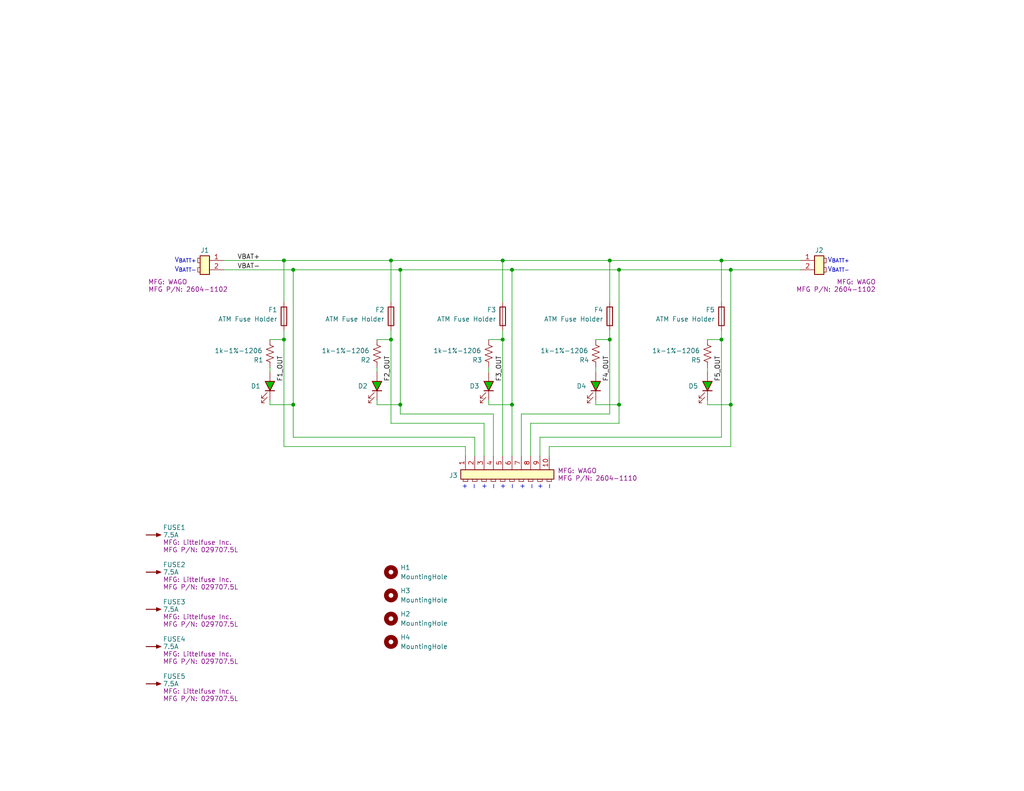
<source format=kicad_sch>
(kicad_sch (version 20231120) (generator "eeschema") (generator_version "8.0")
  (paper "A")
  (title_block (title "Mini Power Distribution Board (WCP-1823)") (date "2024-12-14") (rev "1"))
  (lib_symbols
    (symbol "Connector:Screw_Terminal_01x02" (pin_names (offset 1.016) hide)
      (property "Reference" "J1" (at 0 -8.89 0))
      (property "Value" "2606-1102" (at 0 -6.35 0))
      (symbol "Screw_Terminal_01x02_0_1"
        (rectangle (start 1.27 -1.905) (end 1.905 -3.175))
        (rectangle (start 1.27 0.635) (end 1.905 -0.635))
      )
      (symbol "Screw_Terminal_01x02_1_1"
        (rectangle (start -1.27 1.27) (end 1.27 -3.81) (stroke (width 0.254)) (fill (type background)))
        (pin input line (at -5.08 0 0) (length 3.81) (name "Pin_1") (number "1"))
        (pin input line (at -5.08 -2.54 0) (length 3.81) (name "Pin_2") (number "2"))
      )
    )
    (symbol "Connector:Screw_Terminal_01x10" (pin_names (offset 1.016) hide)
      (property "Reference" "J2" (at 2.54 0 0))
      (property "Value" "Screw_Terminal_01x10" (at 2.54 -2.54 0))
      (symbol "Screw_Terminal_01x10_0_1"
        (rectangle (start 1.27 -12.065) (end 1.905 -13.335))
        (rectangle (start 1.27 -9.525) (end 1.905 -10.795))
        (rectangle (start 1.27 -6.985) (end 1.905 -8.255))
        (rectangle (start 1.27 -4.445) (end 1.905 -5.715))
        (rectangle (start 1.27 -1.905) (end 1.905 -3.175))
        (rectangle (start 1.27 0.635) (end 1.905 -0.635))
        (rectangle (start 1.27 3.175) (end 1.905 1.905))
        (rectangle (start 1.27 5.715) (end 1.905 4.445))
        (rectangle (start 1.27 8.255) (end 1.905 6.985))
        (rectangle (start 1.27 10.795) (end 1.905 9.525))
      )
      (symbol "Screw_Terminal_01x10_1_1"
        (rectangle (start -1.27 11.43) (end 1.27 -13.97) (stroke (width 0.254)) (fill (type background)))
        (pin passive line (at -5.08 10.16 0) (length 3.81) (name "Pin_1") (number "1"))
        (pin passive line (at -5.08 -12.7 0) (length 3.81) (name "Pin_10") (number "10"))
        (pin passive line (at -5.08 7.62 0) (length 3.81) (name "Pin_2") (number "2"))
        (pin passive line (at -5.08 5.08 0) (length 3.81) (name "Pin_3") (number "3"))
        (pin passive line (at -5.08 2.54 0) (length 3.81) (name "Pin_4") (number "4"))
        (pin passive line (at -5.08 0 0) (length 3.81) (name "Pin_5") (number "5"))
        (pin passive line (at -5.08 -2.54 0) (length 3.81) (name "Pin_6") (number "6"))
        (pin passive line (at -5.08 -5.08 0) (length 3.81) (name "Pin_7") (number "7"))
        (pin passive line (at -5.08 -7.62 0) (length 3.81) (name "Pin_8") (number "8"))
        (pin passive line (at -5.08 -10.16 0) (length 3.81) (name "Pin_9") (number "9"))
      )
    )
    (symbol "Device:Fuse" (pin_numbers hide) (pin_names (offset 0))
      (property "Reference" "F" (at 2.032 0 90))
      (property "Value" "Fuse" (at -1.905 0 90))
      (symbol "Fuse_0_1"
        (rectangle (start -0.762 -2.54) (end 0.762 2.54) (stroke (width 0.254)))
        (polyline (pts (xy 0 2.54) (xy 0 -2.54)))
      )
      (symbol "Fuse_1_1"
        (pin passive line (at 0 3.81 270) (length 1.27) (name "~") (number "1"))
        (pin passive line (at 0 -3.81 90) (length 1.27) (name "~") (number "2"))
      )
    )
    (symbol "Device:LED" (pin_numbers hide) (pin_names (offset 1.016) hide)
      (property "Reference" "D1" (at 0 -2.54 90))
      (symbol "LED_0_1"
        (polyline (pts (xy -1.27 -1.27) (xy -1.27 1.27)) (stroke (width 0.254)))
        (polyline (pts (xy -3.048 -0.762) (xy -4.572 -2.286) (xy -3.81 -2.286) (xy -4.572 -2.286) (xy -4.572 -1.524)))
        (polyline (pts (xy -1.778 -0.762) (xy -3.302 -2.286) (xy -2.54 -2.286) (xy -3.302 -2.286) (xy -3.302 -1.524)))
      )
      (symbol "LED_1_1"
        (polyline (pts (xy 1.27 -1.27) (xy 1.27 1.27) (xy -1.27 0) (xy 1.27 -1.27)) (stroke (width 0.254)) (fill (type color) (color 0 194 0 1)))
        (pin passive line (at -3.81 0 0) (length 2.54) (name "K") (number "1"))
        (pin passive line (at 3.81 0 180) (length 2.54) (name "A") (number "2"))
      )
    )
    (symbol "Device:R_US" (pin_numbers hide) (pin_names (offset 0))
      (property "Reference" "R" (at 2.54 0 90))
      (property "Value" "R_US" (at -2.54 0 90))
      (symbol "R_US_0_1"
        (polyline (pts (xy 0 -2.286) (xy 0 -2.54)))
        (polyline (pts (xy 0 2.286) (xy 0 2.54)))
        (polyline (pts (xy 0 -0.762) (xy 1.016 -1.143) (xy 0 -1.524) (xy -1.016 -1.905) (xy 0 -2.286)))
        (polyline (pts (xy 0 0.762) (xy 1.016 0.381) (xy 0 0) (xy -1.016 -0.381) (xy 0 -0.762)))
        (polyline (pts (xy 0 2.286) (xy 1.016 1.905) (xy 0 1.524) (xy -1.016 1.143) (xy 0 0.762)))
      )
      (symbol "R_US_1_1"
        (pin passive line (at 0 3.81 270) (length 1.27) (name "~") (number "1"))
        (pin passive line (at 0 -3.81 90) (length 1.27) (name "~") (number "2"))
      )
    )
    (symbol "Graphic:SYM_Arrow_Small" (in_bom no) (on_board no)
      (symbol "SYM_Arrow_Small_0_1"
        (polyline (pts (xy 1.524 0) (xy -2.032 0)) (stroke (width 0.254)))
        (polyline (pts (xy 2.032 0) (xy 0.762 -0.508) (xy 0.762 0.508) (xy 2.032 0)) (fill (type outline)))
      )
    )
    (symbol "Mechanical:MountingHole" (pin_names (offset 1.016)) (exclude_from_sim yes) (in_bom no)
      (property "Reference" "H" (at 0 5.08 0))
      (property "Value" "MountingHole" (at 0 3.175 0))
      (symbol "MountingHole_0_1"
        (circle (center 0 0) (radius 1.27) (stroke (width 1.27)))
      )
    )
  )
  (junction (at 199.39 73.66))
  (junction (at 196.85 92.71))
  (junction (at 196.85 71.12))
  (junction (at 166.37 92.71))
  (junction (at 139.7 73.66))
  (junction (at 80.01 73.66))
  (junction (at 106.68 92.71))
  (junction (at 77.47 71.12))
  (junction (at 106.68 71.12))
  (junction (at 166.37 71.12))
  (junction (at 109.22 73.66))
  (junction (at 139.7 110.49))
  (junction (at 168.91 110.49))
  (junction (at 168.91 73.66))
  (junction (at 199.39 110.49))
  (junction (at 109.22 110.49))
  (junction (at 137.16 71.12))
  (junction (at 80.01 110.49))
  (junction (at 137.16 92.71))
  (junction (at 77.47 92.71))
  (wire (pts (xy 196.85 90.17) (xy 196.85 92.71)))
  (wire (pts (xy 132.08 115.57) (xy 132.08 124.46)))
  (wire (pts (xy 80.01 119.38) (xy 129.54 119.38)))
  (wire (pts (xy 106.68 71.12) (xy 137.16 71.12)))
  (wire (pts (xy 80.01 110.49) (xy 80.01 119.38)))
  (wire (pts (xy 139.7 73.66) (xy 139.7 110.49)))
  (wire (pts (xy 162.56 100.33) (xy 162.56 101.6)))
  (wire (pts (xy 77.47 71.12) (xy 106.68 71.12)))
  (wire (pts (xy 127 121.92) (xy 77.47 121.92)))
  (wire (pts (xy 168.91 73.66) (xy 168.91 110.49)))
  (wire (pts (xy 137.16 71.12) (xy 137.16 82.55)))
  (wire (pts (xy 139.7 110.49) (xy 139.7 124.46)))
  (wire (pts (xy 106.68 90.17) (xy 106.68 92.71)))
  (wire (pts (xy 133.35 110.49) (xy 139.7 110.49)))
  (wire (pts (xy 139.7 73.66) (xy 168.91 73.66)))
  (wire (pts (xy 106.68 71.12) (xy 106.68 82.55)))
  (wire (pts (xy 77.47 92.71) (xy 77.47 121.92)))
  (wire (pts (xy 199.39 73.66) (xy 218.44 73.66)))
  (wire (pts (xy 166.37 71.12) (xy 196.85 71.12)))
  (wire (pts (xy 102.87 92.71) (xy 106.68 92.71)))
  (wire (pts (xy 166.37 71.12) (xy 166.37 82.55)))
  (wire (pts (xy 193.04 110.49) (xy 199.39 110.49)))
  (wire (pts (xy 199.39 121.92) (xy 149.86 121.92)))
  (wire (pts (xy 168.91 115.57) (xy 144.78 115.57)))
  (wire (pts (xy 162.56 109.22) (xy 162.56 110.49)))
  (wire (pts (xy 162.56 110.49) (xy 168.91 110.49)))
  (wire (pts (xy 166.37 92.71) (xy 162.56 92.71)))
  (wire (pts (xy 102.87 110.49) (xy 109.22 110.49)))
  (wire (pts (xy 77.47 71.12) (xy 77.47 82.55)))
  (wire (pts (xy 137.16 90.17) (xy 137.16 92.71)))
  (wire (pts (xy 73.66 92.71) (xy 77.47 92.71)))
  (wire (pts (xy 102.87 100.33) (xy 102.87 101.6)))
  (wire (pts (xy 133.35 100.33) (xy 133.35 101.6)))
  (wire (pts (xy 193.04 109.22) (xy 193.04 110.49)))
  (wire (pts (xy 142.24 113.03) (xy 142.24 124.46)))
  (wire (pts (xy 80.01 73.66) (xy 109.22 73.66)))
  (wire (pts (xy 80.01 73.66) (xy 80.01 110.49)))
  (wire (pts (xy 77.47 90.17) (xy 77.47 92.71)))
  (wire (pts (xy 134.62 113.03) (xy 134.62 124.46)))
  (wire (pts (xy 109.22 110.49) (xy 109.22 113.03)))
  (wire (pts (xy 137.16 71.12) (xy 166.37 71.12)))
  (wire (pts (xy 199.39 110.49) (xy 199.39 121.92)))
  (wire (pts (xy 166.37 92.71) (xy 166.37 113.03)))
  (wire (pts (xy 199.39 73.66) (xy 199.39 110.49)))
  (wire (pts (xy 149.86 121.92) (xy 149.86 124.46)))
  (wire (pts (xy 73.66 109.22) (xy 73.66 110.49)))
  (wire (pts (xy 133.35 109.22) (xy 133.35 110.49)))
  (wire (pts (xy 196.85 71.12) (xy 218.44 71.12)))
  (wire (pts (xy 168.91 73.66) (xy 199.39 73.66)))
  (wire (pts (xy 166.37 113.03) (xy 142.24 113.03)))
  (wire (pts (xy 60.96 73.66) (xy 80.01 73.66)))
  (wire (pts (xy 102.87 109.22) (xy 102.87 110.49)))
  (wire (pts (xy 129.54 119.38) (xy 129.54 124.46)))
  (wire (pts (xy 106.68 92.71) (xy 106.68 115.57)))
  (wire (pts (xy 109.22 73.66) (xy 109.22 110.49)))
  (wire (pts (xy 127 124.46) (xy 127 121.92)))
  (wire (pts (xy 73.66 110.49) (xy 80.01 110.49)))
  (wire (pts (xy 106.68 115.57) (xy 132.08 115.57)))
  (wire (pts (xy 109.22 73.66) (xy 139.7 73.66)))
  (wire (pts (xy 196.85 119.38) (xy 147.32 119.38)))
  (wire (pts (xy 144.78 115.57) (xy 144.78 124.46)))
  (wire (pts (xy 168.91 110.49) (xy 168.91 115.57)))
  (wire (pts (xy 137.16 92.71) (xy 137.16 124.46)))
  (wire (pts (xy 60.96 71.12) (xy 77.47 71.12)))
  (wire (pts (xy 73.66 100.33) (xy 73.66 101.6)))
  (wire (pts (xy 193.04 92.71) (xy 196.85 92.71)))
  (wire (pts (xy 109.22 113.03) (xy 134.62 113.03)))
  (wire (pts (xy 193.04 100.33) (xy 193.04 101.6)))
  (wire (pts (xy 166.37 90.17) (xy 166.37 92.71)))
  (wire (pts (xy 196.85 92.71) (xy 196.85 119.38)))
  (wire (pts (xy 147.32 119.38) (xy 147.32 124.46)))
  (wire (pts (xy 133.35 92.71) (xy 137.16 92.71)))
  (wire (pts (xy 196.85 71.12) (xy 196.85 82.55)))
  (text "-" (at 145.034 132.08 90) (effects (font (size 1.27 1.27)) (justify right)))
  (text "V_{BATT+}" (at 225.806 71.12 0) (effects (font (size 1.27 1.27)) (justify left)))
  (text "V_{BATT-}" (at 53.594 73.66 0) (effects (font (size 1.27 1.27)) (justify right)))
  (text "+" (at 137.16 132.08 90) (effects (font (size 1.27 1.27)) (justify right)))
  (text "V_{BATT+}" (at 53.594 71.12 0) (effects (font (size 1.27 1.27)) (justify right)))
  (text "V_{BATT-}" (at 225.806 73.66 0) (effects (font (size 1.27 1.27)) (justify left)))
  (text "+" (at 142.494 132.08 90) (effects (font (size 1.27 1.27)) (justify right)))
  (text "-" (at 134.62 132.08 90) (effects (font (size 1.27 1.27)) (justify right)))
  (text "+" (at 126.746 132.08 90) (effects (font (size 1.27 1.27)) (justify right)))
  (text "-" (at 139.7 132.08 90) (effects (font (size 1.27 1.27)) (justify right)))
  (text "-" (at 149.86 132.08 90) (effects (font (size 1.27 1.27)) (justify right)))
  (text "-" (at 129.286 132.08 90) (effects (font (size 1.27 1.27)) (justify right)))
  (text "+" (at 147.32 132.08 90) (effects (font (size 1.27 1.27)) (justify right)))
  (text "+" (at 132.08 132.08 90) (effects (font (size 1.27 1.27)) (justify right)))
  (label "F5_OUT" (at 196.85 104.14 90))
  (label "F4_OUT" (at 166.37 104.14 90))
  (label "F3_OUT" (at 137.16 104.14 90))
  (label "VBAT-" (at 64.77 73.66 0))
  (label "F2_OUT" (at 106.68 104.14 90))
  (label "VBAT+" (at 64.77 71.12 0))
  (label "F1_OUT" (at 77.47 104.14 90))
  (symbol (lib_id "Device:R_US") (at 193.04 96.52 180) (unit 1)
    (property "Reference" "R5" (at 191.262 98.298 0) (effects (justify left)))
    (property "Value" "1k-1%-1206" (at 191.008 95.758 0) (effects (justify left)))
    (property "Footprint" "Resistor_SMD:R_1206_3216Metric" (effects (hide yes)))
    (property "Datasheet" "https://www.seielect.com/catalog/sei-rmcf_rmcp.pdf" (effects (hide yes)))
    (property "MFG" "Stackpole Electronics Inc" (effects (hide yes)))
    (property "MFG P/N" "RMCF1206FT1K00" (effects (hide yes)))
    (property "DIST" "DIGIKEY" (effects (hide yes)))
    (property "DIST P/N" "RMCF1206FT1K00" (effects (hide yes)))
    (property "LINK" "https://www.digikey.com/en/products/detail/stackpole-electronics-inc/RMCF1206FT1K00/1759616" (effects (hide yes)))
  )
  (symbol (lib_id "Device:Fuse") (at 106.68 86.36 0) (mirror y) (unit 1)
    (property "Reference" "F2" (at 104.902 84.582 0) (effects (justify left)))
    (property "Value" "ATM Fuse Holder" (at 104.902 87.122 0) (effects (justify left)))
    (property "Footprint" "mini-pdb:Keystone-3568" (effects (hide yes)))
    (property "Datasheet" "Components/Keystone-M65p42.pdf" (effects (hide yes)))
    (property "Description" "ATM Fuse Holder" (effects (hide yes)))
    (property "MFG" "Keystone" (effects (hide yes)))
    (property "MFG P/N" "3568" (effects (hide yes)))
    (property "DIST" "Digikey" (effects (hide yes)))
    (property "DIST P/N" "36-3568-ND" (effects (hide yes)))
  )
  (symbol (lib_id "Mechanical:MountingHole") (at 106.68 175.26 0) (unit 1) (exclude_from_sim yes) (in_bom no)
    (property "Reference" "H4" (at 109.22 173.9899 0) (effects (justify left)))
    (property "Value" "MountingHole" (at 109.22 176.5299 0) (effects (justify left)))
    (property "Footprint" "MountingHole:MountingHole_3.2mm_M3" (effects (hide yes)))
    (property "Description" "Mounting Hole without connection" (effects (hide yes)))
  )
  (symbol (lib_id "Graphic:SYM_Arrow_Small") (at 41.91 176.53 0) (unit 1) (on_board no)
    (property "Reference" "FUSE4" (at 44.45 174.498 0) (effects (justify left)))
    (property "Value" "7.5A" (at 44.45 176.53 0) (effects (justify left)))
    (property "Datasheet" "https://www.littelfuse.com/~/media/automotive/datasheets/fuses/passenger-car-and-commercial-vehicle/blade-fuses/littelfuse_mini_datasheet.pdf" (effects (hide yes)))
    (property "MFG" "Littelfuse Inc." (at 44.45 178.562 0) (show_name yes) (effects (justify left)))
    (property "MFG P/N" "029707.5L" (at 44.45 180.594 0) (show_name yes) (effects (justify left)))
    (property "DIST" "DIGIKEY" (effects (hide yes)))
    (property "DIST P/N" "F4269-ND" (effects (hide yes)))
  )
  (symbol (lib_id "Mechanical:MountingHole") (at 106.68 156.21 0) (unit 1) (exclude_from_sim yes) (in_bom no)
    (property "Reference" "H1" (at 109.22 154.9399 0) (effects (justify left)))
    (property "Value" "MountingHole" (at 109.22 157.4799 0) (effects (justify left)))
    (property "Footprint" "MountingHole:MountingHole_3.2mm_M3" (effects (hide yes)))
    (property "Description" "Mounting Hole without connection" (effects (hide yes)))
  )
  (symbol (lib_id "Device:Fuse") (at 77.47 86.36 0) (mirror y) (unit 1)
    (property "Reference" "F1" (at 75.692 84.582 0) (effects (justify left)))
    (property "Value" "ATM Fuse Holder" (at 75.692 87.122 0) (effects (justify left)))
    (property "Footprint" "mini-pdb:Keystone-3568" (effects (hide yes)))
    (property "Datasheet" "Components/Keystone-M65p42.pdf" (effects (hide yes)))
    (property "Description" "ATM Fuse Holder" (effects (hide yes)))
    (property "MFG" "Keystone" (effects (hide yes)))
    (property "MFG P/N" "3568" (effects (hide yes)))
    (property "DIST" "Digikey" (effects (hide yes)))
    (property "DIST P/N" "36-3568-ND" (effects (hide yes)))
  )
  (symbol (lib_id "Device:R_US") (at 73.66 96.52 180) (unit 1)
    (property "Reference" "R1" (at 71.882 98.298 0) (effects (justify left)))
    (property "Value" "1k-1%-1206" (at 71.628 95.758 0) (effects (justify left)))
    (property "Footprint" "Resistor_SMD:R_1206_3216Metric" (effects (hide yes)))
    (property "Datasheet" "https://www.seielect.com/catalog/sei-rmcf_rmcp.pdf" (effects (hide yes)))
    (property "MFG" "Stackpole Electronics Inc" (effects (hide yes)))
    (property "MFG P/N" "RMCF1206FT1K00" (effects (hide yes)))
    (property "DIST" "DIGIKEY" (effects (hide yes)))
    (property "DIST P/N" "RMCF1206FT1K00" (effects (hide yes)))
    (property "LINK" "https://www.digikey.com/en/products/detail/stackpole-electronics-inc/RMCF1206FT1K00/1759616" (effects (hide yes)))
  )
  (symbol (lib_id "Connector:Screw_Terminal_01x02") (at 223.52 71.12 0) (unit 1)
    (property "Reference" "J2" (at 223.52 68.326 0))
    (property "Value" "2604-1102" (effects (hide yes)))
    (property "Footprint" "mini-pdb:Wago-2604-1102" (effects (hide yes)))
    (property "Datasheet" "https://www.wago.com/global/products/datasheets/Datasheet.pdf?product=2606-1102&lang=en" (effects (hide yes)))
    (property "MFG" "WAGO" (at 239.014 76.962 0) (show_name yes) (effects (justify right)))
    (property "MFG P/N" "2604-1102" (at 228.092 78.994 0) (show_name yes))
    (property "DIST" "DIGIKEY" (effects (hide yes)))
    (property "DIST P/N" "2946-2604-1102-ND" (effects (hide yes)))
    (property "LINK" "https://www.digikey.com/en/products/detail/wago-corporation/2606-1102/15575098" (effects (hide yes)))
  )
  (symbol (lib_id "Mechanical:MountingHole") (at 106.68 168.91 0) (unit 1) (exclude_from_sim yes) (in_bom no)
    (property "Reference" "H2" (at 109.22 167.6399 0) (effects (justify left)))
    (property "Value" "MountingHole" (at 109.22 170.1799 0) (effects (justify left)))
    (property "Footprint" "MountingHole:MountingHole_3.2mm_M3" (effects (hide yes)))
    (property "Description" "Mounting Hole without connection" (effects (hide yes)))
  )
  (symbol (lib_id "Device:LED") (at 193.04 105.41 270) (mirror x) (unit 1)
    (property "Reference" "D5" (at 190.5 105.41 90) (effects (justify right)))
    (property "Value" "QTLP651C4TR" (effects (hide yes)))
    (property "Footprint" "LED_SMD:LED_1206_3216Metric" (effects (hide yes)))
    (property "Datasheet" "https://mm.digikey.com/Volume0/opasdata/d220001/medias/docus/402/QTLP651C-2,3,4,7,B.pdf" (effects (hide yes)))
    (property "MFG" "Everlight Electronics Co Ltd" (effects (hide yes)))
    (property "MFG P/N" "QTLP651C4TR" (effects (hide yes)))
    (property "DIST" "DIGIKEY" (effects (hide yes)))
    (property "DIST P/N" "QTLP651C4TR" (effects (hide yes)))
    (property "LINK" "https://www.digikey.com/en/products/detail/everlight-electronics-co-ltd/QTLP651C4TR/2691391" (effects (hide yes)))
  )
  (symbol (lib_id "Connector:Screw_Terminal_01x02") (at 55.88 71.12 0) (mirror y) (unit 1)
    (property "Reference" "J1" (at 55.88 68.326 0))
    (property "Value" "2604-1102" (effects (hide yes)))
    (property "Footprint" "mini-pdb:Wago-2604-1102" (effects (hide yes)))
    (property "Datasheet" "https://www.wago.com/global/products/datasheets/Datasheet.pdf?product=2606-1102&lang=en" (effects (hide yes)))
    (property "MFG" "WAGO" (at 40.386 76.962 0) (show_name yes) (effects (justify right)))
    (property "MFG P/N" "2604-1102" (at 51.308 78.994 0) (show_name yes))
    (property "DIST" "DIGIKEY" (effects (hide yes)))
    (property "DIST P/N" "2946-2604-1102-ND" (effects (hide yes)))
    (property "LINK" "https://www.digikey.com/en/products/detail/wago-corporation/2606-1102/15575098" (effects (hide yes)))
  )
  (symbol (lib_id "Device:Fuse") (at 137.16 86.36 0) (mirror y) (unit 1)
    (property "Reference" "F3" (at 135.382 84.582 0) (effects (justify left)))
    (property "Value" "ATM Fuse Holder" (at 135.382 87.122 0) (effects (justify left)))
    (property "Footprint" "mini-pdb:Keystone-3568" (effects (hide yes)))
    (property "Datasheet" "Components/Keystone-M65p42.pdf" (effects (hide yes)))
    (property "Description" "ATM Fuse Holder" (effects (hide yes)))
    (property "MFG" "Keystone" (effects (hide yes)))
    (property "MFG P/N" "3568" (effects (hide yes)))
    (property "DIST" "Digikey" (effects (hide yes)))
    (property "DIST P/N" "36-3568-ND" (effects (hide yes)))
  )
  (symbol (lib_id "Graphic:SYM_Arrow_Small") (at 41.91 146.05 0) (unit 1) (on_board no)
    (property "Reference" "FUSE1" (at 44.45 144.018 0) (effects (justify left)))
    (property "Value" "7.5A" (at 44.45 146.05 0) (effects (justify left)))
    (property "Datasheet" "https://www.littelfuse.com/~/media/automotive/datasheets/fuses/passenger-car-and-commercial-vehicle/blade-fuses/littelfuse_mini_datasheet.pdf" (effects (hide yes)))
    (property "MFG" "Littelfuse Inc." (at 44.45 148.082 0) (show_name yes) (effects (justify left)))
    (property "MFG P/N" "029707.5L" (at 44.45 150.114 0) (show_name yes) (effects (justify left)))
    (property "DIST" "DIGIKEY" (effects (hide yes)))
    (property "DIST P/N" "F4269-ND" (effects (hide yes)))
  )
  (symbol (lib_id "Device:R_US") (at 102.87 96.52 180) (unit 1)
    (property "Reference" "R2" (at 101.092 98.298 0) (effects (justify left)))
    (property "Value" "1k-1%-1206" (at 100.838 95.758 0) (effects (justify left)))
    (property "Footprint" "Resistor_SMD:R_1206_3216Metric" (effects (hide yes)))
    (property "Datasheet" "https://www.seielect.com/catalog/sei-rmcf_rmcp.pdf" (effects (hide yes)))
    (property "MFG" "Stackpole Electronics Inc" (effects (hide yes)))
    (property "MFG P/N" "RMCF1206FT1K00" (effects (hide yes)))
    (property "DIST" "DIGIKEY" (effects (hide yes)))
    (property "DIST P/N" "RMCF1206FT1K00" (effects (hide yes)))
    (property "LINK" "https://www.digikey.com/en/products/detail/stackpole-electronics-inc/RMCF1206FT1K00/1759616" (effects (hide yes)))
  )
  (symbol (lib_id "Device:Fuse") (at 166.37 86.36 0) (mirror y) (unit 1)
    (property "Reference" "F4" (at 164.592 84.582 0) (effects (justify left)))
    (property "Value" "ATM Fuse Holder" (at 164.592 87.122 0) (effects (justify left)))
    (property "Footprint" "mini-pdb:Keystone-3568" (effects (hide yes)))
    (property "Datasheet" "Components/Keystone-M65p42.pdf" (effects (hide yes)))
    (property "Description" "ATM Fuse Holder" (effects (hide yes)))
    (property "MFG" "Keystone" (effects (hide yes)))
    (property "MFG P/N" "3568" (effects (hide yes)))
    (property "DIST" "Digikey" (effects (hide yes)))
    (property "DIST P/N" "36-3568-ND" (effects (hide yes)))
  )
  (symbol (lib_id "Connector:Screw_Terminal_01x10") (at 137.16 129.54 90) (mirror x) (unit 1)
    (property "Reference" "J3" (at 123.698 129.794 90))
    (property "Value" "2604-1110" (effects (hide yes)))
    (property "Footprint" "mini-pdb:Wago-2604-1110" (effects (hide yes)))
    (property "Datasheet" "https://www.wago.com/global/products/datasheets/Datasheet.pdf?product=2604-1110&lang=en" (effects (hide yes)))
    (property "MFG" "WAGO" (at 152.146 128.524 90) (show_name yes) (effects (justify right)))
    (property "MFG P/N" "2604-1110" (at 152.146 130.556 90) (show_name yes) (effects (justify right)))
    (property "DIST" "DIGIKEY" (effects (hide yes)))
    (property "DIST P/N" "2946-2604-1110-ND" (effects (hide yes)))
  )
  (symbol (lib_id "Device:Fuse") (at 196.85 86.36 0) (mirror y) (unit 1)
    (property "Reference" "F5" (at 195.072 84.582 0) (effects (justify left)))
    (property "Value" "ATM Fuse Holder" (at 195.072 87.122 0) (effects (justify left)))
    (property "Footprint" "mini-pdb:Keystone-3568" (effects (hide yes)))
    (property "Datasheet" "Components/Keystone-M65p42.pdf" (effects (hide yes)))
    (property "Description" "ATM Fuse Holder" (effects (hide yes)))
    (property "MFG" "Keystone" (effects (hide yes)))
    (property "MFG P/N" "3568" (effects (hide yes)))
    (property "DIST" "Digikey" (effects (hide yes)))
    (property "DIST P/N" "36-3568-ND" (effects (hide yes)))
  )
  (symbol (lib_id "Device:LED") (at 162.56 105.41 270) (mirror x) (unit 1)
    (property "Reference" "D4" (at 160.02 105.41 90) (effects (justify right)))
    (property "Value" "QTLP651C4TR" (effects (hide yes)))
    (property "Footprint" "LED_SMD:LED_1206_3216Metric" (effects (hide yes)))
    (property "Datasheet" "https://mm.digikey.com/Volume0/opasdata/d220001/medias/docus/402/QTLP651C-2,3,4,7,B.pdf" (effects (hide yes)))
    (property "MFG" "Everlight Electronics Co Ltd" (effects (hide yes)))
    (property "MFG P/N" "QTLP651C4TR" (effects (hide yes)))
    (property "DIST" "DIGIKEY" (effects (hide yes)))
    (property "DIST P/N" "QTLP651C4TR" (effects (hide yes)))
    (property "LINK" "https://www.digikey.com/en/products/detail/everlight-electronics-co-ltd/QTLP651C4TR/2691391" (effects (hide yes)))
  )
  (symbol (lib_id "Device:R_US") (at 162.56 96.52 180) (unit 1)
    (property "Reference" "R4" (at 160.782 98.298 0) (effects (justify left)))
    (property "Value" "1k-1%-1206" (at 160.528 95.758 0) (effects (justify left)))
    (property "Footprint" "Resistor_SMD:R_1206_3216Metric" (effects (hide yes)))
    (property "Datasheet" "https://www.seielect.com/catalog/sei-rmcf_rmcp.pdf" (effects (hide yes)))
    (property "MFG" "Stackpole Electronics Inc" (effects (hide yes)))
    (property "MFG P/N" "RMCF1206FT1K00" (effects (hide yes)))
    (property "DIST" "DIGIKEY" (effects (hide yes)))
    (property "DIST P/N" "RMCF1206FT1K00" (effects (hide yes)))
    (property "LINK" "https://www.digikey.com/en/products/detail/stackpole-electronics-inc/RMCF1206FT1K00/1759616" (effects (hide yes)))
  )
  (symbol (lib_id "Graphic:SYM_Arrow_Small") (at 41.91 156.21 0) (unit 1) (on_board no)
    (property "Reference" "FUSE2" (at 44.45 154.178 0) (effects (justify left)))
    (property "Value" "7.5A" (at 44.45 156.21 0) (effects (justify left)))
    (property "Datasheet" "https://www.littelfuse.com/~/media/automotive/datasheets/fuses/passenger-car-and-commercial-vehicle/blade-fuses/littelfuse_mini_datasheet.pdf" (effects (hide yes)))
    (property "MFG" "Littelfuse Inc." (at 44.45 158.242 0) (show_name yes) (effects (justify left)))
    (property "MFG P/N" "029707.5L" (at 44.45 160.274 0) (show_name yes) (effects (justify left)))
    (property "DIST" "DIGIKEY" (effects (hide yes)))
    (property "DIST P/N" "F4269-ND" (effects (hide yes)))
  )
  (symbol (lib_id "Device:LED") (at 102.87 105.41 270) (mirror x) (unit 1)
    (property "Reference" "D2" (at 100.33 105.41 90) (effects (justify right)))
    (property "Value" "QTLP651C4TR" (effects (hide yes)))
    (property "Footprint" "LED_SMD:LED_1206_3216Metric" (effects (hide yes)))
    (property "Datasheet" "https://mm.digikey.com/Volume0/opasdata/d220001/medias/docus/402/QTLP651C-2,3,4,7,B.pdf" (effects (hide yes)))
    (property "MFG" "Everlight Electronics Co Ltd" (effects (hide yes)))
    (property "MFG P/N" "QTLP651C4TR" (effects (hide yes)))
    (property "DIST" "DIGIKEY" (effects (hide yes)))
    (property "DIST P/N" "QTLP651C4TR" (effects (hide yes)))
    (property "LINK" "https://www.digikey.com/en/products/detail/everlight-electronics-co-ltd/QTLP651C4TR/2691391" (effects (hide yes)))
  )
  (symbol (lib_id "Device:LED") (at 133.35 105.41 270) (mirror x) (unit 1)
    (property "Reference" "D3" (at 130.81 105.41 90) (effects (justify right)))
    (property "Value" "QTLP651C4TR" (effects (hide yes)))
    (property "Footprint" "LED_SMD:LED_1206_3216Metric" (effects (hide yes)))
    (property "Datasheet" "https://mm.digikey.com/Volume0/opasdata/d220001/medias/docus/402/QTLP651C-2,3,4,7,B.pdf" (effects (hide yes)))
    (property "MFG" "Everlight Electronics Co Ltd" (effects (hide yes)))
    (property "MFG P/N" "QTLP651C4TR" (effects (hide yes)))
    (property "DIST" "DIGIKEY" (effects (hide yes)))
    (property "DIST P/N" "QTLP651C4TR" (effects (hide yes)))
    (property "LINK" "https://www.digikey.com/en/products/detail/everlight-electronics-co-ltd/QTLP651C4TR/2691391" (effects (hide yes)))
  )
  (symbol (lib_id "Graphic:SYM_Arrow_Small") (at 41.91 166.37 0) (unit 1) (on_board no)
    (property "Reference" "FUSE3" (at 44.45 164.338 0) (effects (justify left)))
    (property "Value" "7.5A" (at 44.45 166.37 0) (effects (justify left)))
    (property "Datasheet" "https://www.littelfuse.com/~/media/automotive/datasheets/fuses/passenger-car-and-commercial-vehicle/blade-fuses/littelfuse_mini_datasheet.pdf" (effects (hide yes)))
    (property "MFG" "Littelfuse Inc." (at 44.45 168.402 0) (show_name yes) (effects (justify left)))
    (property "MFG P/N" "029707.5L" (at 44.45 170.434 0) (show_name yes) (effects (justify left)))
    (property "DIST" "DIGIKEY" (effects (hide yes)))
    (property "DIST P/N" "F4269-ND" (effects (hide yes)))
  )
  (symbol (lib_id "Graphic:SYM_Arrow_Small") (at 41.91 186.69 0) (unit 1) (on_board no)
    (property "Reference" "FUSE5" (at 44.45 184.658 0) (effects (justify left)))
    (property "Value" "7.5A" (at 44.45 186.69 0) (effects (justify left)))
    (property "Datasheet" "https://www.littelfuse.com/~/media/automotive/datasheets/fuses/passenger-car-and-commercial-vehicle/blade-fuses/littelfuse_mini_datasheet.pdf" (effects (hide yes)))
    (property "MFG" "Littelfuse Inc." (at 44.45 188.722 0) (show_name yes) (effects (justify left)))
    (property "MFG P/N" "029707.5L" (at 44.45 190.754 0) (show_name yes) (effects (justify left)))
    (property "DIST" "DIGIKEY" (effects (hide yes)))
    (property "DIST P/N" "F4269-ND" (effects (hide yes)))
  )
  (symbol (lib_id "Device:LED") (at 73.66 105.41 270) (mirror x) (unit 1)
    (property "Reference" "D1" (at 71.12 105.41 90) (effects (justify right)))
    (property "Value" "QTLP651C4TR" (effects (hide yes)))
    (property "Footprint" "LED_SMD:LED_1206_3216Metric" (effects (hide yes)))
    (property "Datasheet" "https://mm.digikey.com/Volume0/opasdata/d220001/medias/docus/402/QTLP651C-2,3,4,7,B.pdf" (effects (hide yes)))
    (property "MFG" "Everlight Electronics Co Ltd" (effects (hide yes)))
    (property "MFG P/N" "QTLP651C4TR" (effects (hide yes)))
    (property "DIST" "DIGIKEY" (effects (hide yes)))
    (property "DIST P/N" "QTLP651C4TR" (effects (hide yes)))
    (property "LINK" "https://www.digikey.com/en/products/detail/everlight-electronics-co-ltd/QTLP651C4TR/2691391" (effects (hide yes)))
  )
  (symbol (lib_id "Device:R_US") (at 133.35 96.52 180) (unit 1)
    (property "Reference" "R3" (at 131.572 98.298 0) (effects (justify left)))
    (property "Value" "1k-1%-1206" (at 131.318 95.758 0) (effects (justify left)))
    (property "Footprint" "Resistor_SMD:R_1206_3216Metric" (effects (hide yes)))
    (property "Datasheet" "https://www.seielect.com/catalog/sei-rmcf_rmcp.pdf" (effects (hide yes)))
    (property "MFG" "Stackpole Electronics Inc" (effects (hide yes)))
    (property "MFG P/N" "RMCF1206FT1K00" (effects (hide yes)))
    (property "DIST" "DIGIKEY" (effects (hide yes)))
    (property "DIST P/N" "RMCF1206FT1K00" (effects (hide yes)))
    (property "LINK" "https://www.digikey.com/en/products/detail/stackpole-electronics-inc/RMCF1206FT1K00/1759616" (effects (hide yes)))
  )
  (symbol (lib_id "Mechanical:MountingHole") (at 106.68 162.56 0) (unit 1) (exclude_from_sim yes) (in_bom no)
    (property "Reference" "H3" (at 109.22 161.2899 0) (effects (justify left)))
    (property "Value" "MountingHole" (at 109.22 163.8299 0) (effects (justify left)))
    (property "Footprint" "MountingHole:MountingHole_3.2mm_M3" (effects (hide yes)))
    (property "Description" "Mounting Hole without connection" (effects (hide yes)))
  )
)
</source>
